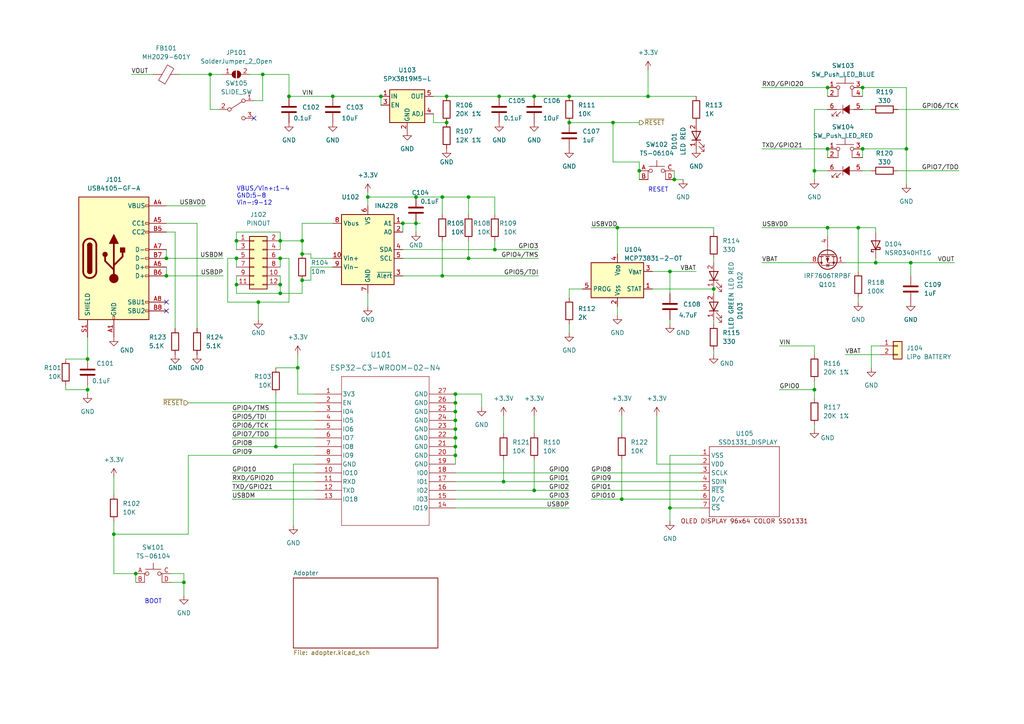
<source format=kicad_sch>
(kicad_sch (version 20230121) (generator eeschema)
  (paper "A4")
  (title_block (title "Current/Voltage Monitoring Logger") (date "2023-10-18") (rev "Rev.3") (company "HNZ") (comment 1 "Licensed under CC-BY-SA V4.0") (comment 2 "2023 (C) Hiroshi Nakajima <hnakamiru1103@gmail.com>"))
  (lib_symbols
    (symbol "Battery_Management:MCP73831-2-OT"
      (property "Reference" "U" (at -7.62 6.35 0))
      (property "Value" "MCP73831-2-OT" (at 1.27 6.35 0))
      (symbol "MCP73831-2-OT_1_1"
        (pin output line (at 10.16 -2.54 180) (length 2.54) (name "STAT") (number "1"))
        (pin power_in line (at 0 -7.62 90) (length 2.54) (name "V_{SS}") (number "2"))
        (pin power_out line (at 10.16 2.54 180) (length 2.54) (name "V_{BAT}") (number "3"))
        (pin power_in line (at 0 7.62 270) (length 2.54) (name "V_{DD}") (number "4"))
        (pin input line (at -10.16 -2.54 0) (length 2.54) (name "PROG") (number "5"))
      )
    )
    (symbol "Connector_Generic:Conn_01x02" (pin_names (offset 1.016) hide)
      (property "Reference" "J" (at 0 2.54 0))
      (property "Value" "Conn_01x02" (at 0 -5.08 0))
      (symbol "Conn_01x02_1_1"
        (pin passive line (at -5.08 0 0) (length 3.81) (name "Pin_1") (number "1"))
        (pin passive line (at -5.08 -2.54 0) (length 3.81) (name "Pin_2") (number "2"))
      )
    )
    (symbol "Device:C" (pin_numbers hide) (pin_names (offset 0.254))
      (property "Reference" "C" (at 0.635 2.54 0))
      (property "Value" "C" (at 0.635 -2.54 0))
      (symbol "C_1_1"
        (pin passive line (at 0 3.81 270) (length 2.794) (name "~") (number "1"))
        (pin passive line (at 0 -3.81 90) (length 2.794) (name "~") (number "2"))
      )
    )
    (symbol "Device:FerriteBead" (pin_numbers hide) (pin_names (offset 0))
      (property "Reference" "FB" (at -3.81 0.635 90))
      (property "Value" "FerriteBead" (at 3.81 0 90))
      (symbol "FerriteBead_1_1"
        (pin passive line (at 0 3.81 270) (length 2.54) (name "~") (number "1"))
        (pin passive line (at 0 -3.81 90) (length 2.54) (name "~") (number "2"))
      )
    )
    (symbol "Device:LED" (pin_names (offset 1.016) hide)
      (property "Reference" "D" (at 0 2.54 0))
      (property "Value" "LED" (at 0 -2.54 0))
      (symbol "LED_1_1"
        (pin passive line (at -3.81 0 0) (length 2.54) (name "K") (number "1"))
        (pin passive line (at 3.81 0 180) (length 2.54) (name "A") (number "2"))
      )
    )
    (symbol "Device:R" (pin_numbers hide) (pin_names (offset 0))
      (property "Reference" "R" (at 2.032 0 90))
      (property "Value" "R" (at 0 0 90))
      (symbol "R_1_1"
        (pin passive line (at 0 3.81 270) (length 1.27) (name "~") (number "1"))
        (pin passive line (at 0 -3.81 90) (length 1.27) (name "~") (number "2"))
      )
    )
    (symbol "Diode:NSR0340HT1G" (pin_numbers hide) (pin_names (offset 1.016) hide)
      (property "Reference" "D" (at 0 2.54 0))
      (property "Value" "NSR0340HT1G" (at 0 -2.54 0))
      (symbol "NSR0340HT1G_1_1"
        (pin passive line (at -3.81 0 0) (length 2.54) (name "K") (number "1"))
        (pin passive line (at 3.81 0 180) (length 2.54) (name "A") (number "2"))
      )
    )
    (symbol "Regulator_Linear:SPX3819M5-L" (pin_names (offset 0.254))
      (property "Reference" "U" (at -3.81 5.715 0))
      (property "Value" "SPX3819M5-L" (at 0 5.715 0))
      (symbol "SPX3819M5-L_1_1"
        (pin power_in line (at -7.62 2.54 0) (length 2.54) (name "IN") (number "1"))
        (pin power_in line (at 0 -7.62 90) (length 2.54) (name "GND") (number "2"))
        (pin input line (at -7.62 0 0) (length 2.54) (name "EN") (number "3"))
        (pin input line (at 7.62 -2.54 180) (length 2.54) (name "ADJ") (number "4"))
        (pin power_out line (at 7.62 2.54 180) (length 2.54) (name "OUT") (number "5"))
      )
    )
    (symbol "SW_Push_LED_1" (pin_names (offset 1.016) hide)
      (property "Reference" "SW" (at 0.635 9.525 0))
      (property "Value" "SW_Push_LED" (at 0 -3.175 0))
      (symbol "SW_Push_LED_1_0_1"
        (pin passive line (at -5.08 6.35 0) (length 2.54) (name "1") (number "1"))
      )
      (symbol "SW_Push_LED_1_1_1"
        (pin passive line (at -5.08 3.81 0) (length 2.54) (name "2") (number "2"))
        (pin passive line (at 5.08 6.35 180) (length 2.54) (name "3") (number "3"))
        (pin passive line (at 5.08 3.81 180) (length 2.54) (name "4") (number "4"))
        (pin passive line (at 5.08 0 180) (length 2.54) (name "A") (number "5"))
        (pin passive line (at -5.08 0 0) (length 2.54) (name "K") (number "6"))
      )
    )
    (symbol "power:+3.3V" (power) (pin_names (offset 0))
      (property "Value" "+3.3V" (at 0 3.556 0))
      (symbol "+3.3V_1_1"
        (pin power_in line (at 0 0 90) (length 0) hide (name "+3.3V") (number "1"))
      )
    )
    (symbol "power:GND" (power) (pin_numbers hide) (pin_names (offset 0) hide)
      (property "Value" "GND" (at 0 -3.81 0))
      (symbol "GND_1_1"
        (pin power_in line (at 0 0 270) (length 0) hide (name "GND") (number "1"))
      )
    )
    (symbol "tbctl:0R" (pin_numbers hide) (pin_names (offset 0))
      (property "Reference" "R" (at 2.032 0 90))
      (property "Value" "0R" (at 0 0 90))
      (symbol "0R_1_1"
        (pin passive line (at 0 3.81 270) (length 1.27) (name "~") (number "1"))
        (pin passive line (at 0 -3.81 90) (length 1.27) (name "~") (number "2"))
      )
    )
    (symbol "tbctl:10m" (pin_numbers hide) (pin_names (offset 0))
      (property "Reference" "R" (at 2.032 0 90))
      (property "Value" "10m" (at 0 0 90))
      (symbol "10m_1_1"
        (pin passive line (at 0 3.81 270) (length 1.27) (name "~") (number "1"))
        (pin passive line (at 0 -3.81 90) (length 1.27) (name "~") (number "2"))
      )
    )
    (symbol "tbctl:Conn_02x06_Odd_Even" (pin_names (offset 1.016) hide)
      (property "Reference" "J" (at 1.27 7.62 0))
      (property "Value" "Conn_02x06_Odd_Even" (at 1.27 -10.16 0))
      (symbol "Conn_02x06_Odd_Even_1_1"
        (pin passive line (at -5.08 5.08 0) (length 3.81) (name "Pin_1") (number "1"))
        (pin passive line (at 7.62 -5.08 180) (length 3.81) (name "Pin_10") (number "10"))
        (pin passive line (at -5.08 -7.62 0) (length 3.81) (name "Pin_11") (number "11"))
        (pin passive line (at 7.62 -7.62 180) (length 3.81) (name "Pin_12") (number "12"))
        (pin passive line (at 7.62 5.08 180) (length 3.81) (name "Pin_2") (number "2"))
        (pin passive line (at -5.08 2.54 0) (length 3.81) (name "Pin_3") (number "3"))
        (pin passive line (at 7.62 2.54 180) (length 3.81) (name "Pin_4") (number "4"))
        (pin passive line (at -5.08 0 0) (length 3.81) (name "Pin_5") (number "5"))
        (pin passive line (at 7.62 0 180) (length 3.81) (name "Pin_6") (number "6"))
        (pin passive line (at -5.08 -2.54 0) (length 3.81) (name "Pin_7") (number "7"))
        (pin passive line (at 7.62 -2.54 180) (length 3.81) (name "Pin_8") (number "8"))
        (pin passive line (at -5.08 -5.08 0) (length 3.81) (name "Pin_9") (number "9"))
      )
    )
    (symbol "tbctl:ESP32-C3-WROOM-02-N4" (pin_names (offset 0.254))
      (property "Reference" "U" (at 20.32 10.16 0))
      (property "Value" "ESP32-C3-WROOM-02-N4" (at 20.32 7.62 0))
      (symbol "ESP32-C3-WROOM-02-N4_0_1"
        (pin power_in line (at 0 0 0) (length 7.62) (name "3V3") (number "1"))
        (pin bidirectional line (at 0 -22.86 0) (length 7.62) (name "IO10") (number "10"))
        (pin passive line (at 0 -25.4 0) (length 7.62) (name "RXD") (number "11"))
        (pin passive line (at 0 -27.94 0) (length 7.62) (name "TXD") (number "12"))
        (pin bidirectional line (at 0 -30.48 0) (length 7.62) (name "IO18") (number "13"))
        (pin bidirectional line (at 40.64 -33.02 180) (length 7.62) (name "IO19") (number "14"))
        (pin bidirectional line (at 40.64 -30.48 180) (length 7.62) (name "IO3") (number "15"))
        (pin bidirectional line (at 40.64 -27.94 180) (length 7.62) (name "IO2") (number "16"))
        (pin bidirectional line (at 40.64 -25.4 180) (length 7.62) (name "IO1") (number "17"))
        (pin bidirectional line (at 40.64 -22.86 180) (length 7.62) (name "IO0") (number "18"))
        (pin power_in line (at 40.64 -20.32 180) (length 7.62) (name "GND") (number "19"))
        (pin passive line (at 0 -2.54 0) (length 7.62) (name "EN") (number "2"))
        (pin power_in line (at 40.64 -17.78 180) (length 7.62) (name "GND") (number "20"))
        (pin power_in line (at 40.64 -15.24 180) (length 7.62) (name "GND") (number "21"))
        (pin power_in line (at 40.64 -12.7 180) (length 7.62) (name "GND") (number "22"))
        (pin power_in line (at 40.64 -10.16 180) (length 7.62) (name "GND") (number "23"))
        (pin power_in line (at 40.64 -7.62 180) (length 7.62) (name "GND") (number "24"))
        (pin power_in line (at 40.64 -5.08 180) (length 7.62) (name "GND") (number "25"))
        (pin power_in line (at 40.64 -2.54 180) (length 7.62) (name "GND") (number "26"))
        (pin power_in line (at 40.64 0 180) (length 7.62) (name "GND") (number "27"))
        (pin bidirectional line (at 0 -5.08 0) (length 7.62) (name "IO4") (number "3"))
        (pin bidirectional line (at 0 -7.62 0) (length 7.62) (name "IO5") (number "4"))
        (pin bidirectional line (at 0 -10.16 0) (length 7.62) (name "IO6") (number "5"))
        (pin bidirectional line (at 0 -12.7 0) (length 7.62) (name "IO7") (number "6"))
        (pin bidirectional line (at 0 -15.24 0) (length 7.62) (name "IO8") (number "7"))
        (pin bidirectional line (at 0 -17.78 0) (length 7.62) (name "IO9") (number "8"))
        (pin power_in line (at 0 -20.32 0) (length 7.62) (name "GND") (number "9"))
      )
    )
    (symbol "tbctl:INA228"
      (property "Reference" "U" (at -6.35 11.43 0))
      (property "Value" "INA228" (at 3.81 11.43 0))
      (symbol "INA228_1_1"
        (pin input line (at 10.16 7.62 180) (length 2.54) (name "A1") (number "1"))
        (pin input line (at -10.16 -2.54 0) (length 2.54) (name "Vin+") (number "10"))
        (pin input line (at 10.16 5.08 180) (length 2.54) (name "A0") (number "2"))
        (pin open_collector line (at 10.16 -7.62 180) (length 2.54) (name "~{Alert}") (number "3"))
        (pin bidirectional line (at 10.16 0 180) (length 2.54) (name "SDA") (number "4"))
        (pin input line (at 10.16 -2.54 180) (length 2.54) (name "SCL") (number "5"))
        (pin power_in line (at 0 12.7 270) (length 2.54) (name "VS") (number "6"))
        (pin power_in line (at 0 -12.7 90) (length 2.54) (name "GND") (number "7"))
        (pin input line (at -10.16 7.62 0) (length 2.54) (name "Vbus") (number "8"))
        (pin input line (at -10.16 -5.08 0) (length 2.54) (name "Vin-") (number "9"))
      )
    )
    (symbol "tbctl:IRF7606PBF" (pin_names hide)
      (property "Reference" "Q" (at 5.08 1.905 0))
      (property "Value" "IRF7606PBF" (at 5.08 0 0))
      (symbol "IRF7606PBF_1_1"
        (pin passive line (at 2.54 -5.08 90) (length 2.54) (name "S") (number "1"))
        (pin passive line (at 2.54 -5.08 90) (length 2.54) hide (name "S") (number "2"))
        (pin passive line (at 2.54 -5.08 90) (length 2.54) hide (name "S") (number "3"))
        (pin passive line (at -5.08 0 0) (length 2.54) (name "G") (number "4"))
        (pin passive line (at 2.54 5.08 270) (length 2.54) hide (name "D") (number "5"))
        (pin passive line (at 2.54 5.08 270) (length 2.54) hide (name "D") (number "6"))
        (pin passive line (at 2.54 5.08 270) (length 2.54) hide (name "D") (number "7"))
        (pin passive line (at 2.54 5.08 270) (length 2.54) (name "D") (number "8"))
      )
    )
    (symbol "tbctl:SLIDE_SW" (pin_names (offset 0) hide)
      (property "Reference" "SW" (at 0 4.318 0))
      (property "Value" "SLIDE_SW" (at 0 -5.08 0))
      (symbol "SLIDE_SW_1_1"
        (pin passive line (at 5.08 2.54 180) (length 2.54) (name "A") (number "1"))
        (pin passive line (at -5.08 0 0) (length 2.54) (name "B") (number "2"))
        (pin passive line (at 5.08 -2.54 180) (length 2.54) (name "C") (number "3"))
      )
    )
    (symbol "tbctl:SSD1331_DISPLAY"
      (property "Reference" "U" (at -3.048 8.636 0))
      (property "Value" "SSD1331_DISPLAY" (at 1.27 -13.97 0))
      (symbol "SSD1331_DISPLAY_1_1"
        (text "OLED DISPLAY 96x64 COLOR SSD1331\n" (at 0 -7.62 0) (effects (font (size 1.27 1.27))))
        (pin power_in line (at -12.7 11.43 0) (length 2.54) (name "VSS") (number "1"))
        (pin power_in line (at -12.7 8.89 0) (length 2.54) (name "VDD") (number "2"))
        (pin passive line (at -12.7 6.35 0) (length 2.54) (name "SCLK") (number "3"))
        (pin passive line (at -12.7 3.81 0) (length 2.54) (name "SDIN") (number "4"))
        (pin passive line (at -12.7 1.27 0) (length 2.54) (name "~{RES}") (number "5"))
        (pin passive line (at -12.7 -1.27 0) (length 2.54) (name "D/C") (number "6"))
        (pin passive line (at -12.7 -3.81 0) (length 2.54) (name "~{CS}") (number "7"))
      )
    )
    (symbol "tbctl:SW_Push_LED" (pin_names (offset 1.016) hide)
      (property "Reference" "SW" (at 0.635 9.525 0))
      (property "Value" "SW_Push_LED" (at 0 -3.175 0))
      (symbol "SW_Push_LED_0_1"
        (pin passive line (at -5.08 6.35 0) (length 2.54) (name "1") (number "1"))
      )
      (symbol "SW_Push_LED_1_1"
        (pin passive line (at -5.08 3.81 0) (length 2.54) (name "2") (number "2"))
        (pin passive line (at 5.08 6.35 180) (length 2.54) (name "3") (number "3"))
        (pin passive line (at 5.08 3.81 180) (length 2.54) (name "4") (number "4"))
        (pin passive line (at 5.08 0 180) (length 2.54) (name "A") (number "5"))
        (pin passive line (at -5.08 0 0) (length 2.54) (name "K") (number "6"))
      )
    )
    (symbol "tbctl:SolderJumper_2_Open" (pin_names (offset 0) hide)
      (property "Reference" "JP" (at 0 2.032 0))
      (property "Value" "SolderJumper_2_Open" (at 0 -2.54 0))
      (symbol "SolderJumper_2_Open_1_1"
        (pin passive line (at -3.81 0 0) (length 2.54) (name "A") (number "1"))
        (pin passive line (at 3.81 0 180) (length 2.54) (name "B") (number "2"))
      )
    )
    (symbol "tbctl:TS-06104" (pin_names (offset 1.016) hide)
      (property "Reference" "SW" (at 0.635 5.715 0))
      (property "Value" "TS-06104" (at 0 -3.175 0))
      (symbol "TS-06104_0_1"
        (pin passive line (at -5.08 2.54 0) (length 2.54) (name "A") (number "A"))
        (pin passive line (at -5.08 0 0) (length 2.54) (name "B") (number "B"))
        (pin passive line (at 5.08 2.54 180) (length 2.54) (name "C") (number "C"))
        (pin passive line (at 5.08 0 180) (length 2.54) (name "D") (number "D"))
      )
    )
    (symbol "tbctl:USB_C_Receptacle_USB2.0_5077CR" (pin_names (offset 1.016))
      (property "Reference" "J" (at -10.16 19.05 0))
      (property "Value" "USB_C_Receptacle_USB2.0_5077CR" (at 19.05 19.05 0))
      (symbol "USB_C_Receptacle_USB2.0_5077CR_1_1"
        (pin passive line (at 0 -22.86 90) (length 5.08) (name "GND") (number "A1"))
        (pin passive line (at 0 -22.86 90) (length 5.08) hide (name "GND") (number "A12"))
        (pin passive line (at 15.24 15.24 180) (length 5.08) (name "VBUS") (number "A4"))
        (pin bidirectional line (at 15.24 10.16 180) (length 5.08) (name "CC1") (number "A5"))
        (pin bidirectional line (at 15.24 -2.54 180) (length 5.08) (name "D+") (number "A6"))
        (pin bidirectional line (at 15.24 2.54 180) (length 5.08) (name "D-") (number "A7"))
        (pin bidirectional line (at 15.24 -12.7 180) (length 5.08) (name "SBU1") (number "A8"))
        (pin passive line (at 15.24 15.24 180) (length 5.08) hide (name "VBUS") (number "A9"))
        (pin passive line (at 0 -22.86 90) (length 5.08) hide (name "GND") (number "B1"))
        (pin passive line (at 0 -22.86 90) (length 5.08) hide (name "GND") (number "B12"))
        (pin passive line (at 15.24 15.24 180) (length 5.08) hide (name "VBUS") (number "B4"))
        (pin bidirectional line (at 15.24 7.62 180) (length 5.08) (name "CC2") (number "B5"))
        (pin bidirectional line (at 15.24 -5.08 180) (length 5.08) (name "D+") (number "B6"))
        (pin bidirectional line (at 15.24 0 180) (length 5.08) (name "D-") (number "B7"))
        (pin bidirectional line (at 15.24 -15.24 180) (length 5.08) (name "SBU2") (number "B8"))
        (pin passive line (at 15.24 15.24 180) (length 5.08) hide (name "VBUS") (number "B9"))
        (pin passive line (at -7.62 -22.86 90) (length 5.08) (name "SHIELD") (number "S1"))
      )
    )
  )
  (junction (at 68.58 82.55))
  (junction (at 144.78 27.94))
  (junction (at 240.03 25.4))
  (junction (at 165.1 27.94))
  (junction (at 110.49 27.94))
  (junction (at 68.58 74.93))
  (junction (at 87.63 81.28))
  (junction (at 135.89 57.15))
  (junction (at 39.37 166.37))
  (junction (at 81.28 85.09))
  (junction (at 87.63 69.85))
  (junction (at 240.03 66.04))
  (junction (at 68.58 69.85))
  (junction (at 128.27 80.01))
  (junction (at 154.94 142.24))
  (junction (at 48.26 80.01))
  (junction (at 240.03 43.18))
  (junction (at 185.42 49.53))
  (junction (at 236.22 113.03))
  (junction (at 132.08 127))
  (junction (at 25.4 113.03))
  (junction (at 250.19 25.4))
  (junction (at 60.96 21.59))
  (junction (at 154.94 27.94))
  (junction (at 81.28 74.93))
  (junction (at 180.34 144.78))
  (junction (at 132.08 116.84))
  (junction (at 81.28 69.85))
  (junction (at 87.63 73.66))
  (junction (at 81.28 82.55))
  (junction (at 250.19 43.18))
  (junction (at 132.08 124.46))
  (junction (at 194.31 78.74))
  (junction (at 132.08 129.54))
  (junction (at 25.4 104.14))
  (junction (at 165.1 35.56))
  (junction (at 264.16 76.2))
  (junction (at 195.58 52.07))
  (junction (at 143.51 72.39))
  (junction (at 262.89 43.18))
  (junction (at 48.26 74.93))
  (junction (at 132.08 121.92))
  (junction (at 80.01 129.54))
  (junction (at 179.07 66.04))
  (junction (at 96.52 27.94))
  (junction (at 135.89 74.93))
  (junction (at 76.2 21.59))
  (junction (at 132.08 119.38))
  (junction (at 177.8 35.56))
  (junction (at 146.05 139.7))
  (junction (at 207.01 83.82))
  (junction (at 33.02 154.94))
  (junction (at 120.65 57.15))
  (junction (at 106.68 57.15))
  (junction (at 86.36 106.68))
  (junction (at 53.34 168.91))
  (junction (at 128.27 57.15))
  (junction (at 129.54 35.56))
  (junction (at 254 76.2))
  (junction (at 248.92 66.04))
  (junction (at 116.84 64.77))
  (junction (at 83.82 27.94))
  (junction (at 74.93 87.63))
  (junction (at 194.31 147.32))
  (junction (at 187.96 27.94))
  (junction (at 236.22 49.53))
  (junction (at 132.08 132.08))
  (junction (at 132.08 114.3))
  (junction (at 129.54 27.94))
  (junction (at 120.65 64.77))
  (no_connect (at 48.26 87.63))
  (no_connect (at 48.26 90.17))
  (no_connect (at 73.66 34.29))
  (wire (pts (xy 106.68 57.15) (xy 120.65 57.15)))
  (wire (pts (xy 74.93 87.63) (xy 83.82 87.63)))
  (wire (pts (xy 39.37 166.37) (xy 39.37 168.91)))
  (wire (pts (xy 90.17 81.28) (xy 87.63 81.28)))
  (wire (pts (xy 171.45 66.04) (xy 179.07 66.04)))
  (wire (pts (xy 194.31 92.71) (xy 194.31 93.98)))
  (wire (pts (xy 135.89 62.23) (xy 135.89 57.15)))
  (wire (pts (xy 81.28 85.09) (xy 87.63 85.09)))
  (wire (pts (xy 260.35 31.75) (xy 278.13 31.75)))
  (wire (pts (xy 67.31 137.16) (xy 91.44 137.16)))
  (wire (pts (xy 67.31 144.78) (xy 91.44 144.78)))
  (wire (pts (xy 132.08 121.92) (xy 132.08 124.46)))
  (wire (pts (xy 250.19 31.75) (xy 252.73 31.75)))
  (wire (pts (xy 67.31 139.7) (xy 91.44 139.7)))
  (wire (pts (xy 96.52 27.94) (xy 110.49 27.94)))
  (wire (pts (xy 179.07 88.9) (xy 179.07 91.44)))
  (wire (pts (xy 60.96 31.75) (xy 60.96 21.59)))
  (wire (pts (xy 76.2 21.59) (xy 83.82 21.59)))
  (wire (pts (xy 132.08 114.3) (xy 139.7 114.3)))
  (wire (pts (xy 128.27 57.15) (xy 128.27 62.23)))
  (wire (pts (xy 87.63 64.77) (xy 96.52 64.77)))
  (wire (pts (xy 236.22 123.19) (xy 236.22 124.46)))
  (wire (pts (xy 129.54 27.94) (xy 144.78 27.94)))
  (wire (pts (xy 187.96 20.32) (xy 187.96 27.94)))
  (wire (pts (xy 90.17 74.93) (xy 90.17 73.66)))
  (wire (pts (xy 83.82 27.94) (xy 96.52 27.94)))
  (wire (pts (xy 87.63 64.77) (xy 87.63 69.85)))
  (wire (pts (xy 236.22 100.33) (xy 236.22 102.87)))
  (wire (pts (xy 236.22 31.75) (xy 236.22 49.53)))
  (wire (pts (xy 132.08 127) (xy 132.08 129.54)))
  (wire (pts (xy 194.31 147.32) (xy 194.31 151.13)))
  (wire (pts (xy 73.66 29.21) (xy 76.2 29.21)))
  (wire (pts (xy 254 67.31) (xy 254 66.04)))
  (wire (pts (xy 81.28 80.01) (xy 81.28 82.55)))
  (wire (pts (xy 165.1 27.94) (xy 187.96 27.94)))
  (wire (pts (xy 207.01 74.93) (xy 207.01 76.2)))
  (wire (pts (xy 53.34 166.37) (xy 53.34 168.91)))
  (wire (pts (xy 66.04 74.93) (xy 66.04 87.63)))
  (wire (pts (xy 132.08 114.3) (xy 132.08 116.84)))
  (wire (pts (xy 135.89 57.15) (xy 143.51 57.15)))
  (wire (pts (xy 254 74.93) (xy 254 76.2)))
  (wire (pts (xy 189.23 83.82) (xy 207.01 83.82)))
  (wire (pts (xy 128.27 57.15) (xy 135.89 57.15)))
  (wire (pts (xy 81.28 67.31) (xy 81.28 69.85)))
  (wire (pts (xy 171.45 137.16) (xy 203.2 137.16)))
  (wire (pts (xy 250.19 25.4) (xy 250.19 27.94)))
  (wire (pts (xy 83.82 21.59) (xy 83.82 27.94)))
  (wire (pts (xy 139.7 114.3) (xy 139.7 118.11)))
  (wire (pts (xy 116.84 80.01) (xy 128.27 80.01)))
  (wire (pts (xy 19.05 104.14) (xy 25.4 104.14)))
  (wire (pts (xy 165.1 93.98) (xy 165.1 96.52)))
  (wire (pts (xy 190.5 134.62) (xy 203.2 134.62)))
  (wire (pts (xy 255.27 100.33) (xy 252.73 100.33)))
  (wire (pts (xy 250.19 25.4) (xy 262.89 25.4)))
  (wire (pts (xy 128.27 80.01) (xy 156.21 80.01)))
  (wire (pts (xy 194.31 147.32) (xy 203.2 147.32)))
  (wire (pts (xy 87.63 69.85) (xy 87.63 73.66)))
  (wire (pts (xy 132.08 132.08) (xy 132.08 134.62)))
  (wire (pts (xy 81.28 74.93) (xy 83.82 74.93)))
  (wire (pts (xy 120.65 57.15) (xy 128.27 57.15)))
  (wire (pts (xy 132.08 129.54) (xy 132.08 132.08)))
  (wire (pts (xy 116.84 74.93) (xy 135.89 74.93)))
  (wire (pts (xy 250.19 43.18) (xy 262.89 43.18)))
  (wire (pts (xy 154.94 133.35) (xy 154.94 142.24)))
  (wire (pts (xy 63.5 31.75) (xy 60.96 31.75)))
  (wire (pts (xy 203.2 132.08) (xy 194.31 132.08)))
  (wire (pts (xy 68.58 74.93) (xy 66.04 74.93)))
  (wire (pts (xy 194.31 78.74) (xy 201.93 78.74)))
  (wire (pts (xy 171.45 144.78) (xy 180.34 144.78)))
  (wire (pts (xy 226.06 100.33) (xy 236.22 100.33)))
  (wire (pts (xy 165.1 83.82) (xy 165.1 86.36)))
  (wire (pts (xy 67.31 129.54) (xy 80.01 129.54)))
  (wire (pts (xy 81.28 82.55) (xy 81.28 85.09)))
  (wire (pts (xy 48.26 77.47) (xy 48.26 80.01)))
  (wire (pts (xy 135.89 74.93) (xy 156.21 74.93)))
  (wire (pts (xy 240.03 31.75) (xy 236.22 31.75)))
  (wire (pts (xy 179.07 66.04) (xy 207.01 66.04)))
  (wire (pts (xy 250.19 43.18) (xy 250.19 45.72)))
  (wire (pts (xy 86.36 106.68) (xy 86.36 114.3)))
  (wire (pts (xy 116.84 64.77) (xy 120.65 64.77)))
  (wire (pts (xy 168.91 83.82) (xy 165.1 83.82)))
  (wire (pts (xy 125.73 27.94) (xy 129.54 27.94)))
  (wire (pts (xy 128.27 69.85) (xy 128.27 80.01)))
  (wire (pts (xy 132.08 116.84) (xy 132.08 119.38)))
  (wire (pts (xy 68.58 69.85) (xy 68.58 72.39)))
  (wire (pts (xy 194.31 78.74) (xy 194.31 85.09)))
  (wire (pts (xy 52.07 21.59) (xy 60.96 21.59)))
  (wire (pts (xy 33.02 151.13) (xy 33.02 154.94)))
  (wire (pts (xy 54.61 132.08) (xy 91.44 132.08)))
  (wire (pts (xy 85.09 134.62) (xy 85.09 152.4)))
  (wire (pts (xy 177.8 35.56) (xy 177.8 46.99)))
  (wire (pts (xy 80.01 106.68) (xy 86.36 106.68)))
  (wire (pts (xy 68.58 80.01) (xy 68.58 82.55)))
  (wire (pts (xy 171.45 139.7) (xy 203.2 139.7)))
  (wire (pts (xy 240.03 66.04) (xy 220.98 66.04)))
  (wire (pts (xy 125.73 35.56) (xy 129.54 35.56)))
  (wire (pts (xy 240.03 68.58) (xy 240.03 66.04)))
  (wire (pts (xy 226.06 113.03) (xy 236.22 113.03)))
  (wire (pts (xy 165.1 35.56) (xy 177.8 35.56)))
  (wire (pts (xy 240.03 25.4) (xy 240.03 27.94)))
  (wire (pts (xy 146.05 120.65) (xy 146.05 125.73)))
  (wire (pts (xy 96.52 77.47) (xy 90.17 77.47)))
  (wire (pts (xy 116.84 72.39) (xy 143.51 72.39)))
  (wire (pts (xy 207.01 85.09) (xy 207.01 83.82)))
  (wire (pts (xy 80.01 114.3) (xy 80.01 129.54)))
  (wire (pts (xy 68.58 69.85) (xy 68.58 67.31)))
  (wire (pts (xy 264.16 76.2) (xy 264.16 80.01)))
  (wire (pts (xy 48.26 72.39) (xy 48.26 74.93)))
  (wire (pts (xy 132.08 139.7) (xy 146.05 139.7)))
  (wire (pts (xy 53.34 168.91) (xy 53.34 172.72)))
  (wire (pts (xy 67.31 142.24) (xy 91.44 142.24)))
  (wire (pts (xy 236.22 110.49) (xy 236.22 113.03)))
  (wire (pts (xy 106.68 57.15) (xy 106.68 59.69)))
  (wire (pts (xy 132.08 137.16) (xy 165.1 137.16)))
  (wire (pts (xy 96.52 74.93) (xy 90.17 74.93)))
  (wire (pts (xy 48.26 64.77) (xy 57.15 64.77)))
  (wire (pts (xy 248.92 66.04) (xy 248.92 78.74)))
  (wire (pts (xy 19.05 113.03) (xy 19.05 111.76)))
  (wire (pts (xy 236.22 113.03) (xy 236.22 115.57)))
  (wire (pts (xy 87.63 85.09) (xy 87.63 81.28)))
  (wire (pts (xy 81.28 74.93) (xy 81.28 77.47)))
  (wire (pts (xy 248.92 66.04) (xy 254 66.04)))
  (wire (pts (xy 180.34 133.35) (xy 180.34 144.78)))
  (wire (pts (xy 83.82 74.93) (xy 83.82 87.63)))
  (wire (pts (xy 264.16 76.2) (xy 276.86 76.2)))
  (wire (pts (xy 91.44 134.62) (xy 85.09 134.62)))
  (wire (pts (xy 132.08 144.78) (xy 165.1 144.78)))
  (wire (pts (xy 48.26 74.93) (xy 64.77 74.93)))
  (wire (pts (xy 180.34 120.65) (xy 180.34 125.73)))
  (wire (pts (xy 185.42 49.53) (xy 185.42 52.07)))
  (wire (pts (xy 68.58 85.09) (xy 81.28 85.09)))
  (wire (pts (xy 25.4 113.03) (xy 25.4 111.76)))
  (wire (pts (xy 195.58 49.53) (xy 195.58 52.07)))
  (wire (pts (xy 110.49 27.94) (xy 110.49 30.48)))
  (wire (pts (xy 220.98 43.18) (xy 240.03 43.18)))
  (wire (pts (xy 48.26 67.31) (xy 50.8 67.31)))
  (wire (pts (xy 146.05 133.35) (xy 146.05 139.7)))
  (wire (pts (xy 132.08 147.32) (xy 165.1 147.32)))
  (wire (pts (xy 187.96 27.94) (xy 201.93 27.94)))
  (wire (pts (xy 252.73 100.33) (xy 252.73 106.68)))
  (wire (pts (xy 68.58 74.93) (xy 68.58 77.47)))
  (wire (pts (xy 262.89 43.18) (xy 262.89 53.34)))
  (wire (pts (xy 72.39 21.59) (xy 76.2 21.59)))
  (wire (pts (xy 38.1 21.59) (xy 44.45 21.59)))
  (wire (pts (xy 33.02 154.94) (xy 33.02 166.37)))
  (wire (pts (xy 25.4 113.03) (xy 25.4 114.3)))
  (wire (pts (xy 264.16 76.2) (xy 254 76.2)))
  (wire (pts (xy 143.51 62.23) (xy 143.51 57.15)))
  (wire (pts (xy 74.93 87.63) (xy 74.93 92.71)))
  (wire (pts (xy 76.2 29.21) (xy 76.2 21.59)))
  (wire (pts (xy 106.68 55.88) (xy 106.68 57.15)))
  (wire (pts (xy 132.08 142.24) (xy 154.94 142.24)))
  (wire (pts (xy 220.98 76.2) (xy 234.95 76.2)))
  (wire (pts (xy 60.96 21.59) (xy 64.77 21.59)))
  (wire (pts (xy 143.51 72.39) (xy 156.21 72.39)))
  (wire (pts (xy 67.31 119.38) (xy 91.44 119.38)))
  (wire (pts (xy 248.92 86.36) (xy 248.92 87.63)))
  (wire (pts (xy 91.44 114.3) (xy 86.36 114.3)))
  (wire (pts (xy 195.58 52.07) (xy 198.12 52.07)))
  (wire (pts (xy 250.19 49.53) (xy 252.73 49.53)))
  (wire (pts (xy 240.03 43.18) (xy 240.03 45.72)))
  (wire (pts (xy 135.89 69.85) (xy 135.89 74.93)))
  (wire (pts (xy 143.51 69.85) (xy 143.51 72.39)))
  (wire (pts (xy 154.94 142.24) (xy 165.1 142.24)))
  (wire (pts (xy 86.36 102.87) (xy 86.36 106.68)))
  (wire (pts (xy 177.8 46.99) (xy 185.42 46.99)))
  (wire (pts (xy 207.01 92.71) (xy 207.01 93.98)))
  (wire (pts (xy 48.26 59.69) (xy 59.69 59.69)))
  (wire (pts (xy 248.92 66.04) (xy 240.03 66.04)))
  (wire (pts (xy 262.89 25.4) (xy 262.89 43.18)))
  (wire (pts (xy 194.31 132.08) (xy 194.31 147.32)))
  (wire (pts (xy 177.8 35.56) (xy 185.42 35.56)))
  (wire (pts (xy 171.45 142.24) (xy 203.2 142.24)))
  (wire (pts (xy 49.53 166.37) (xy 53.34 166.37)))
  (wire (pts (xy 80.01 129.54) (xy 91.44 129.54)))
  (wire (pts (xy 33.02 138.43) (xy 33.02 143.51)))
  (wire (pts (xy 144.78 27.94) (xy 154.94 27.94)))
  (wire (pts (xy 81.28 69.85) (xy 81.28 72.39)))
  (wire (pts (xy 185.42 46.99) (xy 185.42 49.53)))
  (wire (pts (xy 154.94 120.65) (xy 154.94 125.73)))
  (wire (pts (xy 33.02 154.94) (xy 54.61 154.94)))
  (wire (pts (xy 57.15 64.77) (xy 57.15 95.25)))
  (wire (pts (xy 67.31 127) (xy 91.44 127)))
  (wire (pts (xy 68.58 67.31) (xy 81.28 67.31)))
  (wire (pts (xy 189.23 78.74) (xy 194.31 78.74)))
  (wire (pts (xy 81.28 69.85) (xy 87.63 69.85)))
  (wire (pts (xy 90.17 77.47) (xy 90.17 81.28)))
  (wire (pts (xy 54.61 154.94) (xy 54.61 132.08)))
  (wire (pts (xy 48.26 80.01) (xy 64.77 80.01)))
  (wire (pts (xy 260.35 49.53) (xy 278.13 49.53)))
  (wire (pts (xy 207.01 101.6) (xy 207.01 102.87)))
  (wire (pts (xy 146.05 139.7) (xy 165.1 139.7)))
  (wire (pts (xy 33.02 166.37) (xy 39.37 166.37)))
  (wire (pts (xy 179.07 66.04) (xy 179.07 73.66)))
  (wire (pts (xy 68.58 82.55) (xy 68.58 85.09)))
  (wire (pts (xy 180.34 144.78) (xy 203.2 144.78)))
  (wire (pts (xy 106.68 85.09) (xy 106.68 88.9)))
  (wire (pts (xy 207.01 66.04) (xy 207.01 67.31)))
  (wire (pts (xy 116.84 64.77) (xy 116.84 67.31)))
  (wire (pts (xy 190.5 134.62) (xy 190.5 120.65)))
  (wire (pts (xy 236.22 49.53) (xy 236.22 52.07)))
  (wire (pts (xy 19.05 113.03) (xy 25.4 113.03)))
  (wire (pts (xy 50.8 67.31) (xy 50.8 95.25)))
  (wire (pts (xy 66.04 87.63) (xy 74.93 87.63)))
  (wire (pts (xy 120.65 64.77) (xy 120.65 67.31)))
  (wire (pts (xy 245.11 76.2) (xy 254 76.2)))
  (wire (pts (xy 125.73 33.02) (xy 125.73 35.56)))
  (wire (pts (xy 132.08 119.38) (xy 132.08 121.92)))
  (wire (pts (xy 154.94 27.94) (xy 165.1 27.94)))
  (wire (pts (xy 25.4 97.79) (xy 25.4 104.14)))
  (wire (pts (xy 132.08 124.46) (xy 132.08 127)))
  (wire (pts (xy 220.98 25.4) (xy 240.03 25.4)))
  (wire (pts (xy 236.22 49.53) (xy 240.03 49.53)))
  (wire (pts (xy 67.31 121.92) (xy 91.44 121.92)))
  (wire (pts (xy 120.65 64.77) (xy 121.92 64.77)))
  (wire (pts (xy 54.61 116.84) (xy 91.44 116.84)))
  (wire (pts (xy 90.17 73.66) (xy 87.63 73.66)))
  (wire (pts (xy 67.31 124.46) (xy 91.44 124.46)))
  (wire (pts (xy 49.53 168.91) (xy 53.34 168.91)))
  (wire (pts (xy 245.11 102.87) (xy 255.27 102.87)))
  (text "BOOT" (at 41.91 175.26 0) (effects (font (size 1.27 1.27)) (justify left bottom)))
  (text "RESET" (at 187.96 55.88 0) (effects (font (size 1.27 1.27)) (justify left bottom)))
  (text "VBUS/Vin+:1-4\nGND:5-8\nVin-:9-12" (at 68.58 59.69 0) (effects (font (size 1.27 1.27)) (justify left bottom)))
  (label "GPIO1" (at 165.1 139.7 180))
  (label "GPIO10" (at 171.45 144.78 0))
  (label "GPIO10" (at 67.31 137.16 0))
  (label "RXD{slash}GPIO20" (at 220.98 25.4 0))
  (label "GPIO4{slash}TMS" (at 156.21 74.93 180))
  (label "TXD{slash}GPIO21" (at 220.98 43.18 0))
  (label "GPIO6{slash}TCK" (at 67.31 124.46 0))
  (label "USBVDD" (at 59.69 59.69 180))
  (label "GPIO7{slash}TDO" (at 67.31 127 0))
  (label "GPIO8" (at 67.31 129.54 0))
  (label "GPIO8" (at 171.45 137.16 0))
  (label "VOUT" (at 276.86 76.2 180))
  (label "TXD{slash}GPIO21" (at 67.31 142.24 0))
  (label "GPIO3" (at 156.21 72.39 180))
  (label "GPIO0" (at 226.06 113.03 0))
  (label "USBDP" (at 165.1 147.32 180))
  (label "RXD{slash}GPIO20" (at 67.31 139.7 0))
  (label "GPIO9" (at 171.45 139.7 0))
  (label "GPIO2" (at 165.1 142.24 180))
  (label "VBAT" (at 201.93 78.74 180))
  (label "USBDM" (at 67.31 144.78 0))
  (label "GPIO4{slash}TMS" (at 67.31 119.38 0))
  (label "GPIO6{slash}TCK" (at 278.13 31.75 180))
  (label "VOUT" (at 38.1 21.59 0))
  (label "GPIO0" (at 165.1 137.16 180))
  (label "VIN" (at 226.06 100.33 0))
  (label "VBAT" (at 220.98 76.2 0))
  (label "GPIO9" (at 67.31 132.08 0))
  (label "VIN" (at 87.63 27.94 0))
  (label "GPIO5{slash}TDI" (at 156.21 80.01 180))
  (label "USBDM" (at 64.77 74.93 180))
  (label "USBVDD" (at 220.98 66.04 0))
  (label "USBVDD" (at 171.45 66.04 0))
  (label "USBDP" (at 64.77 80.01 180))
  (label "GPIO3" (at 165.1 144.78 180))
  (label "GPIO1" (at 171.45 142.24 0))
  (label "GPIO5{slash}TDI" (at 67.31 121.92 0))
  (label "VBAT" (at 245.11 102.87 0))
  (label "GPIO7{slash}TDO" (at 278.13 49.53 180))
  (hierarchical_label "~{RESET}" (shape output) (at 185.42 35.56 0))
  (hierarchical_label "~{RESET}" (shape input) (at 54.61 116.84 180))
  (symbol (lib_id "Device:R") (at 33.02 147.32 0) (unit 1)
    (property "Reference" "R102" (at 35.56 146.0499 0) (effects (justify left)))
    (property "Value" "10K" (at 35.56 148.5899 0) (effects (justify left)))
    (property "Footprint" "Resistor_SMD:R_0805_2012Metric_Pad1.20x1.40mm_HandSolder" (effects hide))
    (property "distributor" "https://www.digikey.jp/en/products/detail/yageo/RC0603JR-1010KL/13694233" (effects hide))
  )
  (symbol (lib_id "Device:R") (at 19.05 107.95 0) (unit 1)
    (property "Reference" "R101" (at 12.7 106.68 0) (effects (justify left)))
    (property "Value" "10K" (at 13.97 109.22 0) (effects (justify left)))
    (property "Footprint" "Resistor_SMD:R_0805_2012Metric_Pad1.20x1.40mm_HandSolder" (effects hide))
    (property "distributor" "https://www.digikey.jp/en/products/detail/yageo/RC0603JR-1010KL/13694233" (effects hide))
  )
  (symbol (lib_id "power:GND") (at 83.82 35.56 0) (unit 1)
    (property "Reference" "#PWR0106" (effects hide))
    (property "Value" "GND" (at 83.82 40.64 0))
  )
  (symbol (lib_id "power:+3.3V") (at 154.94 120.65 0) (unit 1)
    (property "Reference" "#PWR0118" (effects hide))
    (property "Value" "+3.3V" (at 154.94 115.57 0))
  )
  (symbol (lib_id "power:GND") (at 252.73 106.68 0) (unit 1)
    (property "Reference" "#PWR0132" (effects hide))
    (property "Value" "GND" (at 252.73 111.76 0))
  )
  (symbol (lib_id "Device:R") (at 146.05 129.54 0) (unit 1)
    (property "Reference" "R121" (at 148.59 128.2699 0) (effects (justify left)))
    (property "Value" "10K" (at 148.59 130.8099 0) (effects (justify left)))
    (property "Footprint" "Resistor_SMD:R_0805_2012Metric_Pad1.20x1.40mm_HandSolder" (effects hide))
    (property "distributor" "https://www.digikey.jp/en/products/detail/yageo/RC0603JR-1010KL/13694233" (effects hide))
  )
  (symbol (lib_id "tbctl:0R") (at 50.8 99.06 180) (unit 1)
    (property "Reference" "R123" (at 43.18 97.79 0) (effects (justify right)))
    (property "Value" "5.1K" (at 43.18 100.33 0) (effects (justify right)))
    (property "Footprint" "Resistor_SMD:R_0603_1608Metric" (effects hide))
    (property "distributor" "https://www.digikey.com/en/products/detail/yageo/RC0603JR-075K1L/726796" (effects hide))
  )
  (symbol (lib_id "Diode:NSR0340HT1G") (at 254 71.12 90) (unit 1)
    (property "Reference" "D104" (at 256.54 70.8025 90) (effects (justify right)))
    (property "Value" "NSR0340HT1G" (at 256.54 73.3425 90) (effects (justify right)))
    (property "Footprint" "Diode_SMD:D_SOD-323_HandSoldering" (effects hide))
    (property "Datasheet" "https://www.onsemi.com/pub/Collateral/NSR0340H-D.PDF" (effects hide))
    (property "distributor" "https://www.digikey.com/en/products/detail/onsemi/NSR0340HT1G/1981491" (effects hide))
  )
  (symbol (lib_id "power:GND") (at 165.1 96.52 0) (unit 1)
    (property "Reference" "#PWR0120" (effects hide))
    (property "Value" "GND" (at 165.1 101.6 0))
  )
  (symbol (lib_id "tbctl:TS-06104") (at 190.5 52.07 0) (unit 1)
    (property "Reference" "SW102" (at 190.5 41.91 0))
    (property "Value" "TS-06104" (at 190.5 44.45 0))
    (property "Footprint" "Library:TS-06104" (effects hide))
    (property "distributor" "https://akizukidenshi.com/catalog/g/gP-15969/" (effects hide))
  )
  (symbol (lib_id "power:GND") (at 96.52 35.56 0) (unit 1)
    (property "Reference" "#PWR0109" (effects hide))
    (property "Value" "GND" (at 96.52 40.64 0))
  )
  (symbol (lib_id "Device:R") (at 207.01 97.79 0) (unit 1)
    (property "Reference" "R115" (at 209.55 96.5199 0) (effects (justify left)))
    (property "Value" "330" (at 209.55 99.0599 0) (effects (justify left)))
    (property "Footprint" "Resistor_SMD:R_0805_2012Metric_Pad1.20x1.40mm_HandSolder" (effects hide))
    (property "distributor" "https://www.digikey.com/en/products/detail/yageo/RC0603JR-13330RL/14286483" (effects hide))
  )
  (symbol (lib_id "power:GND") (at 53.34 172.72 0) (unit 1)
    (property "Reference" "#PWR0104" (effects hide))
    (property "Value" "GND" (at 53.34 177.8 0))
  )
  (symbol (lib_id "Device:LED") (at 207.01 88.9 90) (unit 1)
    (property "Reference" "D103" (at 214.63 90.17 0))
    (property "Value" "LED GREEN" (at 212.09 90.17 0))
    (property "Footprint" "LED_SMD:LED_0603_1608Metric_Pad1.05x0.95mm_HandSolder" (effects hide))
    (property "distributor" "https://www.digikey.com/en/products/detail/harvatek-corporation/B1931NG-20D001114U1930/15861262" (effects hide))
  )
  (symbol (lib_id "Device:C") (at 154.94 31.75 0) (unit 1)
    (property "Reference" "C106" (at 157.48 29.21 0) (effects (justify left)))
    (property "Value" "10uF" (at 157.48 34.29 0) (effects (justify left)))
    (property "Footprint" "Capacitor_SMD:C_0805_2012Metric_Pad1.18x1.45mm_HandSolder" (effects hide))
    (property "distributor" "https://www.digikey.com/en/products/detail/murata-electronics/GRM21BR61C106KE15K/2546903" (effects hide))
  )
  (symbol (lib_id "Device:R") (at 129.54 31.75 0) (unit 1)
    (property "Reference" "R106" (at 132.08 30.4799 0) (effects (justify left)))
    (property "Value" "20K 1%" (at 132.08 33.0199 0) (effects (justify left)))
    (property "Footprint" "Resistor_SMD:R_0805_2012Metric_Pad1.20x1.40mm_HandSolder" (effects hide))
    (property "distributor" "https://www.digikey.jp/en/products/detail/yageo/RC0603FR-0720KL/727040" (effects hide))
  )
  (symbol (lib_id "tbctl:TS-06104") (at 44.45 168.91 0) (unit 1)
    (property "Reference" "SW101" (at 44.45 158.75 0))
    (property "Value" "TS-06104" (at 44.45 161.29 0))
    (property "Footprint" "Library:TS-06104" (effects hide))
    (property "distributor" "https://akizukidenshi.com/catalog/g/gP-15969/" (effects hide))
  )
  (symbol (lib_id "power:GND") (at 50.8 102.87 0) (unit 1)
    (property "Reference" "#PWR0137" (effects hide))
    (property "Value" "GND" (at 50.8 106.68 0))
  )
  (symbol (lib_id "tbctl:SSD1331_DISPLAY") (at 215.9 143.51 0) (unit 1)
    (property "Reference" "U105" (at 213.36 125.73 0) (effects (justify left)))
    (property "Value" "SSD1331_DISPLAY" (at 208.28 128.27 0) (effects (justify left)))
    (property "Footprint" "Library:OLED SSD1331 SPI DISPLAY" (effects hide))
    (property "distributor" "https://akizukidenshi.com/catalog/g/gP-14435/" (effects hide))
  )
  (symbol (lib_id "Device:FerriteBead") (at 48.26 21.59 90) (unit 1)
    (property "Reference" "FB101" (at 48.2092 13.97 90))
    (property "Value" "MH2029-601Y" (at 48.2092 16.51 90))
    (property "Footprint" "Inductor_SMD:L_0805_2012Metric" (effects hide))
    (property "distributor" "https://www.digikey.com/en/products/detail/bourns-inc/MH2029-601Y/3741762" (effects hide))
  )
  (symbol (lib_id "tbctl:SW_Push_LED") (at 245.11 49.53 0) (unit 1)
    (property "Reference" "SW104" (at 244.5385 36.83 0))
    (property "Value" "SW_Push_LED_RED" (at 244.5385 39.37 0))
    (property "Footprint" "Library:LS601-CU_CAP" (effects hide))
    (property "distributor" "https://akizukidenshi.com/catalog/g/gP-13870/" (effects hide))
  )
  (symbol (lib_id "Device:C") (at 144.78 31.75 0) (unit 1)
    (property "Reference" "C105" (at 147.32 29.21 0) (effects (justify left)))
    (property "Value" "0.1uF" (at 146.05 34.29 0) (effects (justify left)))
    (property "Footprint" "Capacitor_SMD:C_0603_1608Metric_Pad1.08x0.95mm_HandSolder" (effects hide))
    (property "distributor" "https://www.digikey.com/en/products/detail/yageo/CC0603ZRY5V9BB104/2103081" (effects hide))
  )
  (symbol (lib_id "power:GND") (at 236.22 52.07 0) (unit 1)
    (property "Reference" "#PWR0129" (effects hide))
    (property "Value" "GND" (at 236.22 57.15 0))
  )
  (symbol (lib_id "Device:R") (at 165.1 31.75 0) (unit 1)
    (property "Reference" "R111" (at 167.64 30.4799 0) (effects (justify left)))
    (property "Value" "10K" (at 167.64 33.0199 0) (effects (justify left)))
    (property "Footprint" "Resistor_SMD:R_0805_2012Metric_Pad1.20x1.40mm_HandSolder" (effects hide))
    (property "distributor" "https://www.digikey.jp/en/products/detail/yageo/RC0603JR-1010KL/13694233" (effects hide))
  )
  (symbol (lib_id "power:GND") (at 207.01 102.87 0) (unit 1)
    (property "Reference" "#PWR0128" (effects hide))
    (property "Value" "GND" (at 210.82 105.41 0))
  )
  (symbol (lib_id "power:GND") (at 74.93 92.71 0) (unit 1)
    (property "Reference" "#PWR0105" (effects hide))
    (property "Value" "GND" (at 74.93 96.52 0))
  )
  (symbol (lib_id "tbctl:INA228") (at 106.68 72.39 0) (unit 1)
    (property "Reference" "U102" (at 99.06 57.15 0) (effects (justify left)))
    (property "Value" "INA228" (at 108.6359 59.69 0) (effects (justify left)))
    (property "Footprint" "Package_SO:VSSOP-10_3x3mm_P0.5mm" (effects hide))
    (property "Datasheet" "http://www.ti.com/lit/ds/symlink/ina226.pdf" (effects hide))
    (property "distributor" "https://www.digikey.com/en/products/detail/texas-instruments/INA228AIDGSR/13691042" (effects hide))
  )
  (symbol (lib_id "Device:C") (at 264.16 83.82 0) (unit 1)
    (property "Reference" "C109" (at 267.97 82.5499 0) (effects (justify left)))
    (property "Value" "1uF" (at 267.97 85.09 0) (effects (justify left)))
    (property "Footprint" "Capacitor_SMD:C_0805_2012Metric" (effects hide))
    (property "distributor" "https://www.digikey.com/en/products/detail/yageo/CC0805ZRY5V7BB105/2833622" (effects hide))
  )
  (symbol (lib_id "power:GND") (at 236.22 124.46 0) (unit 1)
    (property "Reference" "#PWR0130" (effects hide))
    (property "Value" "GND" (at 240.03 127 0))
  )
  (symbol (lib_id "power:GND") (at 198.12 52.07 0) (unit 1)
    (property "Reference" "#PWR0126" (effects hide))
    (property "Value" "GND" (at 198.12 57.15 0))
  )
  (symbol (lib_id "Device:C") (at 120.65 60.96 0) (unit 1)
    (property "Reference" "C104" (at 119.38 55.88 0) (effects (justify left)))
    (property "Value" "0.1uF" (at 121.92 58.42 0) (effects (justify left)))
    (property "Footprint" "Capacitor_SMD:C_0603_1608Metric_Pad1.08x0.95mm_HandSolder" (effects hide))
    (property "distributor" "https://www.digikey.com/en/products/detail/yageo/CC0603ZRY5V9BB104/2103081" (effects hide))
  )
  (symbol (lib_id "power:GND") (at 25.4 114.3 0) (unit 1)
    (property "Reference" "#PWR0101" (effects hide))
    (property "Value" "GND" (at 25.4 119.38 0))
  )
  (symbol (lib_id "tbctl:SLIDE_SW") (at 68.58 31.75 0) (unit 1)
    (property "Reference" "SW105" (at 68.58 24.13 0))
    (property "Value" "SLIDE_SW" (at 68.58 26.67 0))
    (property "Footprint" "Library:SLIDE_SW_IS1235-G" (effects hide))
    (property "distributor" "https://akizukidenshi.com/catalog/g/gP-15368/" (effects hide))
  )
  (symbol (lib_id "power:GND") (at 139.7 118.11 0) (unit 1)
    (property "Reference" "#PWR0115" (effects hide))
    (property "Value" "GND" (at 139.7 123.19 0))
  )
  (symbol (lib_id "power:GND") (at 262.89 53.34 0) (unit 1)
    (property "Reference" "#PWR0133" (effects hide))
    (property "Value" "GND" (at 262.89 58.42 0))
  )
  (symbol (lib_id "Device:R") (at 165.1 90.17 0) (unit 1)
    (property "Reference" "R112" (at 167.64 89.535 0) (effects (justify left)))
    (property "Value" "2K" (at 167.64 92.075 0) (effects (justify left)))
    (property "Footprint" "Resistor_SMD:R_0805_2012Metric_Pad1.20x1.40mm_HandSolder" (effects hide))
    (property "distributor" "https://www.digikey.com/en/products/detail/yageo/RC0603JR-072KL/726726" (effects hide))
  )
  (symbol (lib_id "tbctl:SolderJumper_2_Open") (at 68.58 21.59 0) (unit 1)
    (property "Reference" "JP101" (at 68.58 15.24 0))
    (property "Value" "SolderJumper_2_Open" (at 68.58 17.78 0))
    (property "Footprint" "Jumper:SolderJumper-2_P1.3mm_Open_RoundedPad1.0x1.5mm" (effects hide))
  )
  (symbol (lib_id "Device:R") (at 135.89 66.04 0) (unit 1)
    (property "Reference" "R108" (at 137.16 64.77 0) (effects (justify left)))
    (property "Value" "10K" (at 138.43 67.31 0) (effects (justify left)))
    (property "Footprint" "Resistor_SMD:R_0805_2012Metric_Pad1.20x1.40mm_HandSolder" (effects hide))
    (property "distributor" "https://www.digikey.jp/en/products/detail/yageo/RC0603JR-1010KL/13694233" (effects hide))
  )
  (symbol (lib_name "SW_Push_LED_1") (lib_id "tbctl:SW_Push_LED") (at 245.11 31.75 0) (unit 1)
    (property "Reference" "SW103" (at 244.5385 19.05 0))
    (property "Value" "SW_Push_LED_BLUE" (at 244.5385 21.59 0))
    (property "Footprint" "Library:LS601-CU_CAP" (effects hide))
    (property "distributor" "https://akizukidenshi.com/catalog/g/gP-13871/" (effects hide))
  )
  (symbol (lib_id "Device:LED") (at 201.93 39.37 90) (unit 1)
    (property "Reference" "D101" (at 195.58 40.9575 0))
    (property "Value" "LED RED" (at 198.12 40.9575 0))
    (property "Footprint" "LED_SMD:LED_0603_1608Metric_Pad1.05x0.95mm_HandSolder" (effects hide))
    (property "distributor" "https://www.digikey.com/en/products/detail/harvatek-corporation/B1931URO-20D000114U1930/15910603" (effects hide))
  )
  (symbol (lib_id "Device:LED") (at 207.01 80.01 90) (unit 1)
    (property "Reference" "D102" (at 214.63 81.28 0))
    (property "Value" "LED RED" (at 212.09 80.01 0))
    (property "Footprint" "LED_SMD:LED_0603_1608Metric_Pad1.05x0.95mm_HandSolder" (effects hide))
    (property "distributor" "https://www.digikey.com/en/products/detail/harvatek-corporation/B1931URO-20D000114U1930/15910603" (effects hide))
  )
  (symbol (lib_id "power:+3.3V") (at 180.34 120.65 0) (unit 1)
    (property "Reference" "#PWR0136" (effects hide))
    (property "Value" "+3.3V" (at 180.34 115.57 0))
  )
  (symbol (lib_id "power:GND") (at 33.02 97.79 0) (unit 1)
    (property "Reference" "#PWR0102" (effects hide))
    (property "Value" "GND" (at 36.83 101.6 0))
  )
  (symbol (lib_id "Device:R") (at 128.27 66.04 0) (unit 1)
    (property "Reference" "R105" (at 129.54 64.77 0) (effects (justify left)))
    (property "Value" "10K" (at 130.81 67.31 0) (effects (justify left)))
    (property "Footprint" "Resistor_SMD:R_0805_2012Metric_Pad1.20x1.40mm_HandSolder" (effects hide))
    (property "distributor" "https://www.digikey.jp/en/products/detail/yageo/RC0603JR-1010KL/13694233" (effects hide))
  )
  (symbol (lib_id "power:GND") (at 194.31 151.13 0) (unit 1)
    (property "Reference" "#PWR0125" (effects hide))
    (property "Value" "GND" (at 194.31 156.21 0))
  )
  (symbol (lib_id "tbctl:USB_C_Receptacle_USB2.0_5077CR") (at 33.02 74.93 0) (unit 1)
    (property "Reference" "J101" (at 33.02 52.07 0))
    (property "Value" "USB4105-GF-A" (at 33.02 54.61 0))
    (property "Footprint" "Library:USB_C_5077CR-16-SMC2-BK-TR" (effects hide))
    (property "Datasheet" "https://www.usb.org/sites/default/files/documents/usb_type-c.zip" (effects hide))
    (property "distributor" "https://www.digikey.com/en/products/detail/gct/USB4105-GF-A/11198441" (effects hide))
  )
  (symbol (lib_id "power:GND") (at 264.16 87.63 0) (unit 1)
    (property "Reference" "#PWR0134" (effects hide))
    (property "Value" "GND" (at 264.16 92.71 0))
  )
  (symbol (lib_id "power:GND") (at 118.11 38.1 0) (unit 1)
    (property "Reference" "#PWR0112" (effects hide))
    (property "Value" "GND" (at 118.11 43.18 0))
  )
  (symbol (lib_id "power:GND") (at 201.93 43.18 0) (unit 1)
    (property "Reference" "#PWR0127" (effects hide))
    (property "Value" "GND" (at 201.93 48.26 0))
  )
  (symbol (lib_id "Device:C") (at 96.52 31.75 0) (unit 1)
    (property "Reference" "C103" (at 100.33 31.115 0) (effects (justify left)))
    (property "Value" "10uF" (at 99.06 34.29 0) (effects (justify left)))
    (property "Footprint" "Capacitor_SMD:C_0805_2012Metric_Pad1.18x1.45mm_HandSolder" (effects hide))
    (property "distributor" "https://www.digikey.com/en/products/detail/murata-electronics/GRM21BR61C106KE15K/2546903" (effects hide))
  )
  (symbol (lib_id "power:+3.3V") (at 146.05 120.65 0) (unit 1)
    (property "Reference" "#PWR0135" (effects hide))
    (property "Value" "+3.3V" (at 146.05 115.57 0))
  )
  (symbol (lib_id "tbctl:IRF7606PBF") (at 240.03 73.66 90) (mirror x) (unit 1)
    (property "Reference" "Q101" (at 240.03 82.55 90))
    (property "Value" "IRF7606TRPBF" (at 240.03 80.01 90))
    (property "Footprint" "Package_SO:MSOP-8_3x3mm_P0.65mm" (effects hide))
    (property "Datasheet" "http://www.irf.com/product-info/datasheets/data/irf7606pbf.pdf" (effects hide))
    (property "distributor" "https://www.digikey.com/en/products/detail/infineon-technologies/IRF7606TRPBF/856652" (effects hide))
  )
  (symbol (lib_id "tbctl:Conn_02x06_Odd_Even") (at 73.66 74.93 0) (unit 1)
    (property "Reference" "J102" (at 74.93 62.23 0))
    (property "Value" "PINOUT" (at 74.93 64.77 0))
    (property "Footprint" "Connector_PinHeader_2.54mm:PinHeader_2x06_P2.54mm_Vertical" (effects hide))
    (property "distributor" "https://www.digikey.com/en/products/detail/sullins-connector-solutions/PPPC062LJBN-RC/776017" (effects hide))
  )
  (symbol (lib_id "Device:R") (at 236.22 119.38 0) (unit 1)
    (property "Reference" "R117" (at 238.76 118.11 0) (effects (justify left)))
    (property "Value" "20K 1%" (at 238.76 120.65 0) (effects (justify left)))
    (property "Footprint" "Resistor_SMD:R_0805_2012Metric_Pad1.20x1.40mm_HandSolder" (effects hide))
    (property "distributor" "https://www.digikey.jp/en/products/detail/yageo/RC0603FR-0720KL/727040" (effects hide))
  )
  (symbol (lib_id "Connector_Generic:Conn_01x02") (at 260.35 100.33 0) (unit 1)
    (property "Reference" "J104" (at 262.89 100.965 0) (effects (justify left)))
    (property "Value" "LiPo BATTERY" (at 262.89 103.505 0) (effects (justify left)))
    (property "Footprint" "Connector_JST:JST_PH_B2B-PH-K_1x02_P2.00mm_Vertical" (effects hide))
    (property "distributor" "https://www.digikey.com/en/products/detail/jst-sales-america-inc/B2B-PH-K-S/926611" (effects hide))
  )
  (symbol (lib_id "Device:R") (at 201.93 31.75 0) (unit 1)
    (property "Reference" "R113" (at 204.47 30.48 0) (effects (justify left)))
    (property "Value" "1K" (at 204.47 33.02 0) (effects (justify left)))
    (property "Footprint" "Resistor_SMD:R_0805_2012Metric_Pad1.20x1.40mm_HandSolder" (effects hide))
    (property "distributor" "https://www.digikey.com/en/products/detail/yageo/RC0603FR-071KL/726843" (effects hide))
  )
  (symbol (lib_id "Device:R") (at 80.01 110.49 0) (unit 1)
    (property "Reference" "R103" (at 73.66 109.22 0) (effects (justify left)))
    (property "Value" "10K" (at 74.93 111.76 0) (effects (justify left)))
    (property "Footprint" "Resistor_SMD:R_0805_2012Metric_Pad1.20x1.40mm_HandSolder" (effects hide))
    (property "distributor" "https://www.digikey.jp/en/products/detail/yageo/RC0603JR-1010KL/13694233" (effects hide))
  )
  (symbol (lib_id "Device:R") (at 256.54 31.75 90) (unit 1)
    (property "Reference" "R119" (at 256.54 26.67 90))
    (property "Value" "330" (at 256.54 29.21 90))
    (property "Footprint" "Resistor_SMD:R_0805_2012Metric_Pad1.20x1.40mm_HandSolder" (effects hide))
    (property "distributor" "https://www.digikey.com/en/products/detail/yageo/RC0603JR-13330RL/14286483" (effects hide))
  )
  (symbol (lib_id "tbctl:0R") (at 57.15 99.06 180) (unit 1)
    (property "Reference" "R124" (at 59.69 97.79 0) (effects (justify right)))
    (property "Value" "5.1K" (at 59.69 100.33 0) (effects (justify right)))
    (property "Footprint" "Resistor_SMD:R_0603_1608Metric" (effects hide))
    (property "distributor" "https://www.digikey.com/en/products/detail/yageo/RC0603JR-075K1L/726796" (effects hide))
  )
  (symbol (lib_id "power:GND") (at 248.92 87.63 0) (unit 1)
    (property "Reference" "#PWR0131" (effects hide))
    (property "Value" "GND" (at 248.92 92.71 0))
  )
  (symbol (lib_id "Device:R") (at 236.22 106.68 0) (unit 1)
    (property "Reference" "R116" (at 238.76 105.41 0) (effects (justify left)))
    (property "Value" "20K 1%" (at 238.76 107.95 0) (effects (justify left)))
    (property "Footprint" "Resistor_SMD:R_0805_2012Metric_Pad1.20x1.40mm_HandSolder" (effects hide))
    (property "distributor" "https://www.digikey.jp/en/products/detail/yageo/RC0603FR-0720KL/727040" (effects hide))
  )
  (symbol (lib_id "power:+3.3V") (at 187.96 20.32 0) (unit 1)
    (property "Reference" "#PWR0122" (effects hide))
    (property "Value" "+3.3V" (at 187.96 15.24 0))
  )
  (symbol (lib_id "Device:R") (at 256.54 49.53 90) (unit 1)
    (property "Reference" "R120" (at 256.54 44.45 90))
    (property "Value" "330" (at 256.54 46.99 90))
    (property "Footprint" "Resistor_SMD:R_0805_2012Metric_Pad1.20x1.40mm_HandSolder" (effects hide))
    (property "distributor" "https://www.digikey.com/en/products/detail/yageo/RC0603JR-13330RL/14286483" (effects hide))
  )
  (symbol (lib_id "power:+3.3V") (at 106.68 55.88 0) (unit 1)
    (property "Reference" "#PWR0110" (effects hide))
    (property "Value" "+3.3V" (at 106.68 50.8 0))
  )
  (symbol (lib_id "Regulator_Linear:SPX3819M5-L") (at 118.11 30.48 0) (unit 1)
    (property "Reference" "U103" (at 118.11 20.32 0))
    (property "Value" "SPX3819M5-L" (at 118.11 22.86 0))
    (property "Footprint" "Package_TO_SOT_SMD:SOT-23-5" (effects hide))
    (property "Datasheet" "https://www.exar.com/content/document.ashx?id=22106&languageid=1033&type=Datasheet&partnumber=SPX3819&filename=SPX3819.pdf&part=SPX3819" (effects hide))
    (property "distributor" "https://www.digikey.com/en/products/detail/maxlinear-inc/SPX3819M5-L-TR/2472388" (effects hide))
  )
  (symbol (lib_id "tbctl:ESP32-C3-WROOM-02-N4") (at 91.44 114.3 0) (unit 1)
    (property "Reference" "U101" (at 110.49 102.87 0) (effects (font (size 1.524 1.524))))
    (property "Value" "ESP32-C3-WROOM-02-N4" (at 111.76 106.68 0) (effects (font (size 1.524 1.524))))
    (property "Footprint" "Library:IC18_ESP32-C3-WROOM-02-N4_EXP" (effects hide))
    (property "Datasheet" "ESP32-C3-WROOM-02-N4" (effects hide))
    (property "distributor" "https://www.digikey.com/en/products/detail/espressif-systems/ESP32-C3-WROOM-02-N4/14553031" (effects hide))
  )
  (symbol (lib_id "power:GND") (at 165.1 43.18 0) (unit 1)
    (property "Reference" "#PWR0119" (effects hide))
    (property "Value" "GND" (at 165.1 48.26 0))
  )
  (symbol (lib_id "Device:R") (at 207.01 71.12 0) (unit 1)
    (property "Reference" "R114" (at 209.55 69.8499 0) (effects (justify left)))
    (property "Value" "330" (at 209.55 72.3899 0) (effects (justify left)))
    (property "Footprint" "Resistor_SMD:R_0805_2012Metric_Pad1.20x1.40mm_HandSolder" (effects hide))
    (property "distributor" "https://www.digikey.com/en/products/detail/yageo/RC0603JR-13330RL/14286483" (effects hide))
  )
  (symbol (lib_id "Battery_Management:MCP73831-2-OT") (at 179.07 81.28 0) (unit 1)
    (property "Reference" "U104" (at 181.0259 72.39 0) (effects (justify left)))
    (property "Value" "MCP73831-2-OT" (at 181.0259 74.93 0) (effects (justify left)))
    (property "Footprint" "Package_TO_SOT_SMD:SOT-23-5" (effects hide))
    (property "Datasheet" "http://ww1.microchip.com/downloads/en/DeviceDoc/20001984g.pdf" (effects hide))
    (property "distributor" "https://www.digikey.com/en/products/detail/microchip-technology/MCP73831T-2ACI-OT/964301" (effects hide))
  )
  (symbol (lib_id "Device:R") (at 129.54 39.37 0) (unit 1)
    (property "Reference" "R107" (at 132.08 38.0999 0) (effects (justify left)))
    (property "Value" "12K 1%" (at 132.08 40.6399 0) (effects (justify left)))
    (property "Footprint" "Resistor_SMD:R_0805_2012Metric_Pad1.20x1.40mm_HandSolder" (effects hide))
    (property "distributor" "https://www.digikey.com/en/products/detail/yageo/RC0603FR-0712KL/726913" (effects hide))
  )
  (symbol (lib_id "power:GND") (at 57.15 102.87 0) (unit 1)
    (property "Reference" "#PWR0138" (effects hide))
    (property "Value" "GND" (at 57.15 106.68 0))
  )
  (symbol (lib_id "Device:R") (at 248.92 82.55 0) (unit 1)
    (property "Reference" "R118" (at 251.46 81.915 0) (effects (justify left)))
    (property "Value" "100K" (at 251.46 84.455 0) (effects (justify left)))
    (property "Footprint" "Resistor_SMD:R_0805_2012Metric_Pad1.20x1.40mm_HandSolder" (effects hide))
    (property "distributor" "https://www.digikey.com/en/products/detail/yageo/RC0603JR-07100KL/726698" (effects hide))
  )
  (symbol (lib_id "Device:R") (at 143.51 66.04 0) (unit 1)
    (property "Reference" "R109" (at 144.78 64.77 0) (effects (justify left)))
    (property "Value" "10K" (at 146.05 67.31 0) (effects (justify left)))
    (property "Footprint" "Resistor_SMD:R_0805_2012Metric_Pad1.20x1.40mm_HandSolder" (effects hide))
    (property "distributor" "https://www.digikey.jp/en/products/detail/yageo/RC0603JR-1010KL/13694233" (effects hide))
  )
  (symbol (lib_id "power:+3.3V") (at 86.36 102.87 0) (unit 1)
    (property "Reference" "#PWR0108" (effects hide))
    (property "Value" "+3.3V" (at 86.36 97.79 0))
  )
  (symbol (lib_id "power:GND") (at 129.54 43.18 0) (unit 1)
    (property "Reference" "#PWR0114" (effects hide))
    (property "Value" "GND" (at 129.54 46.99 0))
  )
  (symbol (lib_id "power:+3.3V") (at 33.02 138.43 0) (unit 1)
    (property "Reference" "#PWR0103" (effects hide))
    (property "Value" "+3.3V" (at 33.02 133.35 0))
  )
  (symbol (lib_id "Device:C") (at 165.1 39.37 0) (unit 1)
    (property "Reference" "C107" (at 168.91 38.0999 0) (effects (justify left)))
    (property "Value" "1uF" (at 168.91 40.64 0) (effects (justify left)))
    (property "Footprint" "Capacitor_SMD:C_0805_2012Metric" (effects hide))
    (property "distributor" "https://www.digikey.com/en/products/detail/yageo/CC0805ZRY5V7BB105/2833622" (effects hide))
  )
  (symbol (lib_id "power:GND") (at 179.07 91.44 0) (unit 1)
    (property "Reference" "#PWR0121" (effects hide))
    (property "Value" "GND" (at 179.07 96.52 0))
  )
  (symbol (lib_id "Device:C") (at 83.82 31.75 0) (unit 1)
    (property "Reference" "C102" (at 87.63 31.115 0) (effects (justify left)))
    (property "Value" "0.1uF" (at 85.09 34.29 0) (effects (justify left)))
    (property "Footprint" "Capacitor_SMD:C_0603_1608Metric_Pad1.08x0.95mm_HandSolder" (effects hide))
    (property "distributor" "https://www.digikey.com/en/products/detail/yageo/CC0603ZRY5V9BB104/2103081" (effects hide))
  )
  (symbol (lib_id "power:GND") (at 106.68 88.9 0) (unit 1)
    (property "Reference" "#PWR0111" (effects hide))
    (property "Value" "GND" (at 106.68 92.71 0))
  )
  (symbol (lib_id "Device:C") (at 194.31 88.9 0) (unit 1)
    (property "Reference" "C108" (at 198.12 88.265 0) (effects (justify left)))
    (property "Value" "4.7uF" (at 196.85 91.44 0) (effects (justify left)))
    (property "Footprint" "Capacitor_SMD:C_0805_2012Metric_Pad1.18x1.45mm_HandSolder" (effects hide))
    (property "distributor" "https://www.digikey.com/en/products/detail/yageo/CC0805ZRY5V6BB475/2103109" (effects hide))
  )
  (symbol (lib_id "tbctl:10m") (at 87.63 77.47 0) (unit 1)
    (property "Reference" "R104" (at 90.17 76.2 0) (effects (justify left)))
    (property "Value" "10m" (at 90.17 78.74 0) (effects (justify left)))
    (property "Footprint" "Library:R_10mOHM" (effects hide))
    (property "distributor" "https://akizukidenshi.com/catalog/g/gP-01886/" (effects hide))
  )
  (symbol (lib_id "power:GND") (at 85.09 152.4 0) (unit 1)
    (property "Reference" "#PWR0107" (effects hide))
    (property "Value" "GND" (at 85.09 157.48 0))
  )
  (symbol (lib_id "power:GND") (at 194.31 93.98 0) (unit 1)
    (property "Reference" "#PWR0124" (effects hide))
    (property "Value" "GND" (at 198.12 96.52 0))
  )
  (symbol (lib_id "power:+3.3V") (at 190.5 120.65 0) (unit 1)
    (property "Reference" "#PWR0123" (effects hide))
    (property "Value" "+3.3V" (at 190.5 115.57 0))
  )
  (symbol (lib_id "power:GND") (at 120.65 67.31 0) (unit 1)
    (property "Reference" "#PWR0113" (effects hide))
    (property "Value" "GND" (at 120.65 71.12 0))
  )
  (symbol (lib_id "Device:R") (at 180.34 129.54 0) (unit 1)
    (property "Reference" "R122" (at 182.88 128.2699 0) (effects (justify left)))
    (property "Value" "10K" (at 182.88 130.8099 0) (effects (justify left)))
    (property "Footprint" "Resistor_SMD:R_0805_2012Metric_Pad1.20x1.40mm_HandSolder" (effects hide))
    (property "distributor" "https://www.digikey.jp/en/products/detail/yageo/RC0603JR-1010KL/13694233" (effects hide))
  )
  (symbol (lib_id "Device:C") (at 25.4 107.95 0) (unit 1)
    (property "Reference" "C101" (at 27.94 105.41 0) (effects (justify left)))
    (property "Value" "0.1uF" (at 26.67 110.49 0) (effects (justify left)))
    (property "Footprint" "Capacitor_SMD:C_0603_1608Metric_Pad1.08x0.95mm_HandSolder" (effects hide))
    (property "distributor" "https://www.digikey.com/en/products/detail/yageo/CC0603ZRY5V9BB104/2103081" (effects hide))
  )
  (symbol (lib_id "Device:R") (at 154.94 129.54 0) (unit 1)
    (property "Reference" "R110" (at 157.48 128.2699 0) (effects (justify left)))
    (property "Value" "10K" (at 157.48 130.8099 0) (effects (justify left)))
    (property "Footprint" "Resistor_SMD:R_0805_2012Metric_Pad1.20x1.40mm_HandSolder" (effects hide))
    (property "distributor" "https://www.digikey.jp/en/products/detail/yageo/RC0603JR-1010KL/13694233" (effects hide))
  )
  (symbol (lib_id "power:GND") (at 144.78 35.56 0) (unit 1)
    (property "Reference" "#PWR0116" (effects hide))
    (property "Value" "GND" (at 144.78 40.64 0))
  )
  (symbol (lib_id "power:GND") (at 154.94 35.56 0) (unit 1)
    (property "Reference" "#PWR0117" (effects hide))
    (property "Value" "GND" (at 154.94 40.64 0))
  )
  (sheet (at 85.09 167.64) (size 41.91 20.32) (stroke (width 0.1524))
    (property "Sheetname" "Adopter" (at 85.09 166.9284 0) (effects (justify left bottom)))
    (property "Sheetfile" "adopter.kicad_sch" (at 85.09 188.5446 0) (effects (justify left top)))
  )
)
</source>
